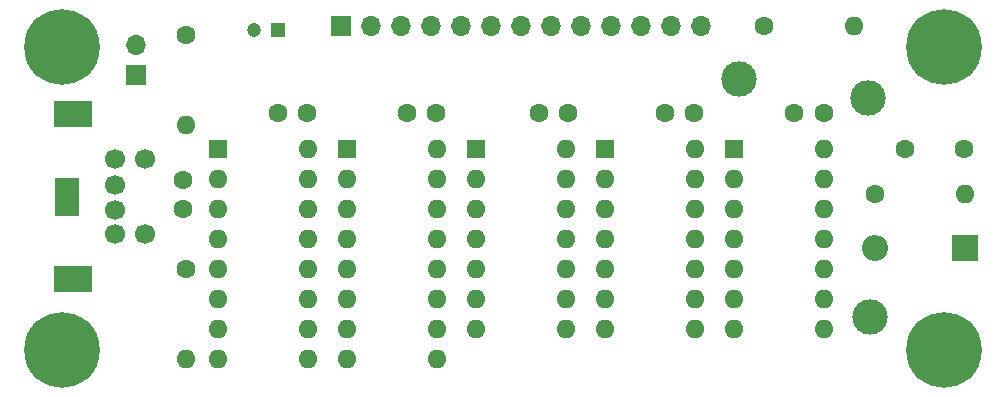
<source format=gts>
G04 #@! TF.GenerationSoftware,KiCad,Pcbnew,(5.1.10-1-10_14)*
G04 #@! TF.CreationDate,2021-08-04T23:21:23+02:00*
G04 #@! TF.ProjectId,keyboard,6b657962-6f61-4726-942e-6b696361645f,rev?*
G04 #@! TF.SameCoordinates,Original*
G04 #@! TF.FileFunction,Soldermask,Top*
G04 #@! TF.FilePolarity,Negative*
%FSLAX46Y46*%
G04 Gerber Fmt 4.6, Leading zero omitted, Abs format (unit mm)*
G04 Created by KiCad (PCBNEW (5.1.10-1-10_14)) date 2021-08-04 23:21:23*
%MOMM*%
%LPD*%
G01*
G04 APERTURE LIST*
%ADD10C,3.000000*%
%ADD11O,1.700000X1.700000*%
%ADD12R,1.700000X1.700000*%
%ADD13R,3.200400X2.169160*%
%ADD14R,1.998980X3.200400*%
%ADD15C,1.700000*%
%ADD16O,1.600000X1.600000*%
%ADD17R,1.600000X1.600000*%
%ADD18C,6.400000*%
%ADD19C,1.200000*%
%ADD20R,1.200000X1.200000*%
%ADD21C,1.600000*%
%ADD22O,2.200000X2.200000*%
%ADD23R,2.200000X2.200000*%
G04 APERTURE END LIST*
D10*
X137388600Y-66954400D03*
X148412200Y-87122000D03*
X148259800Y-68630800D03*
D11*
X86334600Y-64109600D03*
D12*
X86334600Y-66649600D03*
D13*
X81000600Y-69977000D03*
X81000600Y-83947000D03*
D14*
X80416400Y-76962000D03*
D15*
X84540600Y-80137000D03*
X84540600Y-73787000D03*
X87080600Y-73787000D03*
X87080600Y-80137000D03*
X84540600Y-78105000D03*
X84540600Y-75946000D03*
D16*
X100838000Y-72898000D03*
X93218000Y-90678000D03*
X100838000Y-75438000D03*
X93218000Y-88138000D03*
X100838000Y-77978000D03*
X93218000Y-85598000D03*
X100838000Y-80518000D03*
X93218000Y-83058000D03*
X100838000Y-83058000D03*
X93218000Y-80518000D03*
X100838000Y-85598000D03*
X93218000Y-77978000D03*
X100838000Y-88138000D03*
X93218000Y-75438000D03*
X100838000Y-90678000D03*
D17*
X93218000Y-72898000D03*
D18*
X154686000Y-89916000D03*
X154686000Y-64262000D03*
X80010000Y-89916000D03*
X80010000Y-64262000D03*
D19*
X96298000Y-62865000D03*
D20*
X98298000Y-62865000D03*
D16*
X144526000Y-72898000D03*
X136906000Y-88138000D03*
X144526000Y-75438000D03*
X136906000Y-85598000D03*
X144526000Y-77978000D03*
X136906000Y-83058000D03*
X144526000Y-80518000D03*
X136906000Y-80518000D03*
X144526000Y-83058000D03*
X136906000Y-77978000D03*
X144526000Y-85598000D03*
X136906000Y-75438000D03*
X144526000Y-88138000D03*
D17*
X136906000Y-72898000D03*
D21*
X156384000Y-72898000D03*
X151384000Y-72898000D03*
D16*
X147066000Y-62484000D03*
D21*
X139446000Y-62484000D03*
D16*
X90525600Y-70891400D03*
D21*
X90525600Y-63271400D03*
D16*
X90525600Y-90728800D03*
D21*
X90525600Y-83108800D03*
D16*
X156464000Y-76708000D03*
D21*
X148844000Y-76708000D03*
D22*
X148844000Y-81280000D03*
D23*
X156464000Y-81280000D03*
D21*
X144526000Y-69850000D03*
X142026000Y-69850000D03*
X133564000Y-69850000D03*
X131064000Y-69850000D03*
X122896000Y-69850000D03*
X120396000Y-69850000D03*
X111720000Y-69850000D03*
X109220000Y-69850000D03*
X100798000Y-69850000D03*
X98298000Y-69850000D03*
X90271600Y-75503400D03*
X90271600Y-78003400D03*
D16*
X133604000Y-72898000D03*
X125984000Y-88138000D03*
X133604000Y-75438000D03*
X125984000Y-85598000D03*
X133604000Y-77978000D03*
X125984000Y-83058000D03*
X133604000Y-80518000D03*
X125984000Y-80518000D03*
X133604000Y-83058000D03*
X125984000Y-77978000D03*
X133604000Y-85598000D03*
X125984000Y-75438000D03*
X133604000Y-88138000D03*
D17*
X125984000Y-72898000D03*
D16*
X122682000Y-72898000D03*
X115062000Y-88138000D03*
X122682000Y-75438000D03*
X115062000Y-85598000D03*
X122682000Y-77978000D03*
X115062000Y-83058000D03*
X122682000Y-80518000D03*
X115062000Y-80518000D03*
X122682000Y-83058000D03*
X115062000Y-77978000D03*
X122682000Y-85598000D03*
X115062000Y-75438000D03*
X122682000Y-88138000D03*
D17*
X115062000Y-72898000D03*
D16*
X111760000Y-72898000D03*
X104140000Y-90678000D03*
X111760000Y-75438000D03*
X104140000Y-88138000D03*
X111760000Y-77978000D03*
X104140000Y-85598000D03*
X111760000Y-80518000D03*
X104140000Y-83058000D03*
X111760000Y-83058000D03*
X104140000Y-80518000D03*
X111760000Y-85598000D03*
X104140000Y-77978000D03*
X111760000Y-88138000D03*
X104140000Y-75438000D03*
X111760000Y-90678000D03*
D17*
X104140000Y-72898000D03*
D11*
X134112000Y-62484000D03*
X131572000Y-62484000D03*
X129032000Y-62484000D03*
X126492000Y-62484000D03*
X123952000Y-62484000D03*
X121412000Y-62484000D03*
X118872000Y-62484000D03*
X116332000Y-62484000D03*
X113792000Y-62484000D03*
X111252000Y-62484000D03*
X108712000Y-62484000D03*
X106172000Y-62484000D03*
D12*
X103632000Y-62484000D03*
M02*

</source>
